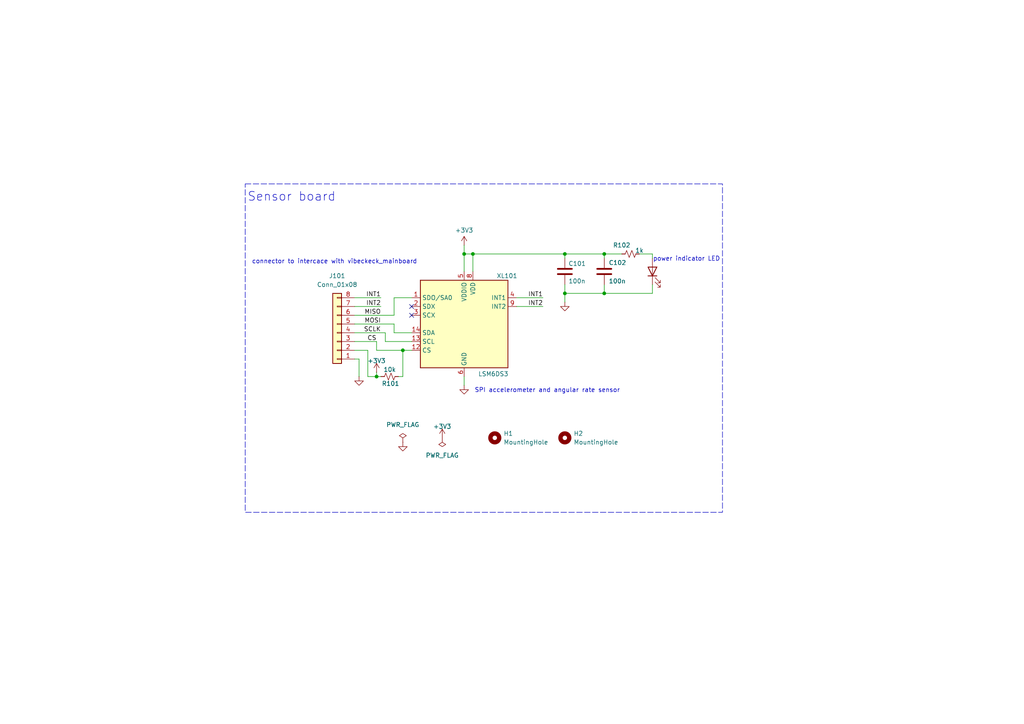
<source format=kicad_sch>
(kicad_sch (version 20231120) (generator "eeschema") (generator_version "8.0")
  (paper "A4")
  (lib_symbols
    (symbol "Connector_Generic:Conn_01x08" (pin_names (offset 1.016) hide)
      (property "Reference" "J" (at 0 10.16 0))
      (property "Value" "Conn_01x08" (at 0 -12.7 0))
      (symbol "Conn_01x08_1_1"
        (rectangle (start -1.27 -10.033) (end 0 -10.287) (stroke (width 0.1524)))
        (rectangle (start -1.27 -7.493) (end 0 -7.747) (stroke (width 0.1524)))
        (rectangle (start -1.27 -4.953) (end 0 -5.207) (stroke (width 0.1524)))
        (rectangle (start -1.27 -2.413) (end 0 -2.667) (stroke (width 0.1524)))
        (rectangle (start -1.27 0.127) (end 0 -0.127) (stroke (width 0.1524)))
        (rectangle (start -1.27 2.667) (end 0 2.413) (stroke (width 0.1524)))
        (rectangle (start -1.27 5.207) (end 0 4.953) (stroke (width 0.1524)))
        (rectangle (start -1.27 7.747) (end 0 7.493) (stroke (width 0.1524)))
        (rectangle (start -1.27 8.89) (end 1.27 -11.43) (stroke (width 0.254)) (fill (type background)))
        (pin passive line (at -5.08 7.62 0) (length 3.81) (name "Pin_1") (number "1"))
        (pin passive line (at -5.08 5.08 0) (length 3.81) (name "Pin_2") (number "2"))
        (pin passive line (at -5.08 2.54 0) (length 3.81) (name "Pin_3") (number "3"))
        (pin passive line (at -5.08 0 0) (length 3.81) (name "Pin_4") (number "4"))
        (pin passive line (at -5.08 -2.54 0) (length 3.81) (name "Pin_5") (number "5"))
        (pin passive line (at -5.08 -5.08 0) (length 3.81) (name "Pin_6") (number "6"))
        (pin passive line (at -5.08 -7.62 0) (length 3.81) (name "Pin_7") (number "7"))
        (pin passive line (at -5.08 -10.16 0) (length 3.81) (name "Pin_8") (number "8"))
      )
    )
    (symbol "Device:C" (pin_numbers hide) (pin_names (offset 0.254))
      (property "Reference" "C" (at 0.635 2.54 0))
      (property "Value" "C" (at 0.635 -2.54 0))
      (symbol "C_0_1"
        (polyline (pts (xy -2.032 -0.762) (xy 2.032 -0.762)) (stroke (width 0.508)))
        (polyline (pts (xy -2.032 0.762) (xy 2.032 0.762)) (stroke (width 0.508)))
      )
      (symbol "C_1_1"
        (pin passive line (at 0 3.81 270) (length 2.794) (name "~") (number "1"))
        (pin passive line (at 0 -3.81 90) (length 2.794) (name "~") (number "2"))
      )
    )
    (symbol "Device:LED" (pin_numbers hide) (pin_names (offset 1.016) hide)
      (property "Reference" "D" (at 0 2.54 0))
      (property "Value" "LED" (at 0 -2.54 0))
      (symbol "LED_0_1"
        (polyline (pts (xy -1.27 -1.27) (xy -1.27 1.27)) (stroke (width 0.254)))
        (polyline (pts (xy -1.27 0) (xy 1.27 0)))
        (polyline (pts (xy 1.27 -1.27) (xy 1.27 1.27) (xy -1.27 0) (xy 1.27 -1.27)) (stroke (width 0.254)))
        (polyline (pts (xy -3.048 -0.762) (xy -4.572 -2.286) (xy -3.81 -2.286) (xy -4.572 -2.286) (xy -4.572 -1.524)))
        (polyline (pts (xy -1.778 -0.762) (xy -3.302 -2.286) (xy -2.54 -2.286) (xy -3.302 -2.286) (xy -3.302 -1.524)))
      )
      (symbol "LED_1_1"
        (pin passive line (at -3.81 0 0) (length 2.54) (name "K") (number "1"))
        (pin passive line (at 3.81 0 180) (length 2.54) (name "A") (number "2"))
      )
    )
    (symbol "Device:R_Small_US" (pin_numbers hide) (pin_names (offset 0.254) hide)
      (property "Reference" "R" (at 0.762 0.508 0))
      (property "Value" "R_Small_US" (at 0.762 -1.016 0))
      (symbol "R_Small_US_1_1"
        (polyline (pts (xy 0 0) (xy 1.016 -0.381) (xy 0 -0.762) (xy -1.016 -1.143) (xy 0 -1.524)))
        (polyline (pts (xy 0 1.524) (xy 1.016 1.143) (xy 0 0.762) (xy -1.016 0.381) (xy 0 0)))
        (pin passive line (at 0 2.54 270) (length 1.016) (name "~") (number "1"))
        (pin passive line (at 0 -2.54 90) (length 1.016) (name "~") (number "2"))
      )
    )
    (symbol "Mechanical:MountingHole" (pin_names (offset 1.016)) (exclude_from_sim yes) (in_bom no)
      (property "Reference" "H" (at 0 5.08 0))
      (property "Value" "MountingHole" (at 0 3.175 0))
      (symbol "MountingHole_0_1"
        (circle (center 0 0) (radius 1.27) (stroke (width 1.27)))
      )
    )
    (symbol "Sensor_Motion:LSM6DS3"
      (property "Reference" "U" (at -11.43 15.24 0))
      (property "Value" "LSM6DS3" (at -11.43 12.7 0))
      (symbol "LSM6DS3_0_1"
        (rectangle (start -12.7 12.7) (end 12.7 -12.7) (stroke (width 0.254)) (fill (type background)))
      )
      (symbol "LSM6DS3_1_1"
        (pin bidirectional line (at -15.24 7.62 0) (length 2.54) (name "SDO/SA0") (number "1"))
        (pin no_connect line (at 12.7 -5.08 180) (length 3.81) hide (name "NC") (number "10"))
        (pin no_connect line (at 12.7 -2.54 180) (length 3.81) hide (name "NC") (number "11"))
        (pin input line (at -15.24 -7.62 0) (length 2.54) (name "CS") (number "12"))
        (pin input line (at -15.24 -5.08 0) (length 2.54) (name "SCL") (number "13"))
        (pin bidirectional line (at -15.24 -2.54 0) (length 2.54) (name "SDA") (number "14"))
        (pin bidirectional line (at -15.24 5.08 0) (length 2.54) (name "SDX") (number "2"))
        (pin input line (at -15.24 2.54 0) (length 2.54) (name "SCX") (number "3"))
        (pin output line (at 15.24 7.62 180) (length 2.54) (name "INT1") (number "4"))
        (pin power_in line (at 0 15.24 270) (length 2.54) (name "VDDIO") (number "5"))
        (pin power_in line (at 0 -15.24 90) (length 2.54) (name "GND") (number "6"))
        (pin passive line (at 0 -15.24 90) (length 2.54) hide (name "GND") (number "7"))
        (pin power_in line (at 2.54 15.24 270) (length 2.54) (name "VDD") (number "8"))
        (pin output line (at 15.24 5.08 180) (length 2.54) (name "INT2") (number "9"))
      )
    )
    (symbol "power:+3V3" (power) (pin_numbers hide) (pin_names (offset 0) hide)
      (property "Value" "+3V3" (at 0 3.556 0))
      (symbol "+3V3_0_1"
        (polyline (pts (xy -0.762 1.27) (xy 0 2.54)))
        (polyline (pts (xy 0 0) (xy 0 2.54)))
        (polyline (pts (xy 0 2.54) (xy 0.762 1.27)))
      )
      (symbol "+3V3_1_1"
        (pin power_in line (at 0 0 90) (length 0) (name "~") (number "1"))
      )
    )
    (symbol "power:GND" (power) (pin_numbers hide) (pin_names (offset 0) hide)
      (property "Value" "GND" (at 0 -3.81 0))
      (symbol "GND_0_1"
        (polyline (pts (xy 0 0) (xy 0 -1.27) (xy 1.27 -1.27) (xy 0 -2.54) (xy -1.27 -1.27) (xy 0 -1.27)))
      )
      (symbol "GND_1_1"
        (pin power_in line (at 0 0 270) (length 0) (name "~") (number "1"))
      )
    )
    (symbol "power:PWR_FLAG" (power) (pin_numbers hide) (pin_names (offset 0) hide)
      (property "Value" "PWR_FLAG" (at 0 3.81 0))
      (symbol "PWR_FLAG_0_0"
        (pin power_out line (at 0 0 90) (length 0) (name "~") (number "1"))
      )
      (symbol "PWR_FLAG_0_1"
        (polyline (pts (xy 0 0) (xy 0 1.27) (xy -1.016 1.905) (xy 0 2.54) (xy 1.016 1.905) (xy 0 1.27)))
      )
    )
  )
  (junction (at 116.84 101.6))
  (junction (at 134.62 73.66))
  (junction (at 109.22 109.22))
  (junction (at 175.26 73.66))
  (junction (at 175.26 85.09))
  (junction (at 137.16 73.66))
  (junction (at 163.83 85.09))
  (junction (at 163.83 73.66))
  (no_connect (at 119.38 88.9))
  (no_connect (at 119.38 91.44))
  (wire (pts (xy 110.49 109.22) (xy 109.22 109.22)))
  (wire (pts (xy 116.84 109.22) (xy 116.84 101.6)))
  (wire (pts (xy 109.22 99.06) (xy 102.87 99.06)))
  (wire (pts (xy 137.16 73.66) (xy 137.16 78.74)))
  (wire (pts (xy 109.22 107.95) (xy 109.22 109.22)))
  (wire (pts (xy 102.87 93.98) (xy 114.3 93.98)))
  (wire (pts (xy 109.22 101.6) (xy 116.84 101.6)))
  (wire (pts (xy 175.26 82.55) (xy 175.26 85.09)))
  (wire (pts (xy 106.68 101.6) (xy 102.87 101.6)))
  (wire (pts (xy 134.62 73.66) (xy 134.62 78.74)))
  (wire (pts (xy 137.16 73.66) (xy 163.83 73.66)))
  (wire (pts (xy 163.83 87.63) (xy 163.83 85.09)))
  (wire (pts (xy 163.83 74.93) (xy 163.83 73.66)))
  (wire (pts (xy 104.14 104.14) (xy 104.14 109.22)))
  (wire (pts (xy 114.3 96.52) (xy 114.3 93.98)))
  (wire (pts (xy 149.86 86.36) (xy 157.48 86.36)))
  (wire (pts (xy 102.87 88.9) (xy 110.49 88.9)))
  (wire (pts (xy 175.26 74.93) (xy 175.26 73.66)))
  (wire (pts (xy 175.26 85.09) (xy 189.23 85.09)))
  (wire (pts (xy 114.3 86.36) (xy 114.3 91.44)))
  (wire (pts (xy 111.76 99.06) (xy 111.76 96.52)))
  (wire (pts (xy 163.83 85.09) (xy 175.26 85.09)))
  (wire (pts (xy 185.42 73.66) (xy 189.23 73.66)))
  (wire (pts (xy 102.87 104.14) (xy 104.14 104.14)))
  (wire (pts (xy 134.62 73.66) (xy 137.16 73.66)))
  (wire (pts (xy 102.87 91.44) (xy 114.3 91.44)))
  (wire (pts (xy 119.38 99.06) (xy 111.76 99.06)))
  (wire (pts (xy 189.23 82.55) (xy 189.23 85.09)))
  (wire (pts (xy 163.83 73.66) (xy 175.26 73.66)))
  (wire (pts (xy 116.84 101.6) (xy 119.38 101.6)))
  (wire (pts (xy 119.38 96.52) (xy 114.3 96.52)))
  (wire (pts (xy 134.62 71.12) (xy 134.62 73.66)))
  (wire (pts (xy 109.22 109.22) (xy 106.68 109.22)))
  (wire (pts (xy 163.83 82.55) (xy 163.83 85.09)))
  (wire (pts (xy 189.23 73.66) (xy 189.23 74.93)))
  (wire (pts (xy 115.57 109.22) (xy 116.84 109.22)))
  (wire (pts (xy 106.68 101.6) (xy 106.68 109.22)))
  (wire (pts (xy 119.38 86.36) (xy 114.3 86.36)))
  (wire (pts (xy 175.26 73.66) (xy 180.34 73.66)))
  (wire (pts (xy 134.62 109.22) (xy 134.62 111.76)))
  (wire (pts (xy 109.22 101.6) (xy 109.22 99.06)))
  (wire (pts (xy 149.86 88.9) (xy 157.48 88.9)))
  (wire (pts (xy 102.87 86.36) (xy 110.49 86.36)))
  (wire (pts (xy 102.87 96.52) (xy 111.76 96.52)))
  (rectangle (start 71.12 53.34) (end 209.55 148.59) (stroke (width 0) (type dash)))
  (text "connector to intercace with vibeckeck_mainboard" (at 97.028 75.946 0) (effects (font (size 1.27 1.27))))
  (text "SPI accelerometer and angular rate sensor" (at 158.75 113.284 0) (effects (font (size 1.27 1.27))))
  (text "power indicator LED" (at 199.136 75.184 0) (effects (font (size 1.27 1.27))))
  (text "Sensor board" (at 84.582 57.15 0) (effects (font (size 2.54 2.54))))
  (label "INT2" (at 157.48 88.9 180))
  (label "SCLK" (at 110.49 96.52 180))
  (label "CS" (at 109.22 99.06 180))
  (label "INT1" (at 110.49 86.36 180))
  (label "MOSI" (at 110.49 93.98 180))
  (label "INT2" (at 110.49 88.9 180))
  (label "MISO" (at 110.49 91.44 180))
  (label "INT1" (at 157.48 86.36 180))
  (symbol (lib_id "power:+3V3") (at 109.22 107.95 0) (unit 1)
    (property "Reference" "#PWR0102" (effects (hide yes)))
    (property "Value" "+3V3" (at 109.22 104.648 0))
    (property "Description" "Power symbol creates a global label with name \"+3V3\"" (effects (hide yes)))
  )
  (symbol (lib_id "Sensor_Motion:LSM6DS3") (at 134.62 93.98 0) (unit 1)
    (property "Reference" "XL101" (at 144.018 80.01 0) (effects (justify left)))
    (property "Value" "LSM6DS3" (at 138.684 108.458 0) (effects (justify left)))
    (property "Footprint" "Package_LGA:LGA-14_3x2.5mm_P0.5mm_LayoutBorder3x4y" (effects (hide yes)))
    (property "Datasheet" "https://www.st.com/resource/en/datasheet/lsm6ds3tr-c.pdf" (effects (hide yes)))
    (property "Description" "I2C/SPI, iNEMO inertial module: always-on 3D accelerometer and 3D gyroscope" (effects (hide yes)))
    (property "LCSC" "C967633" (effects (hide yes)))
  )
  (symbol (lib_id "Device:R_Small_US") (at 113.03 109.22 270) (unit 1)
    (property "Reference" "R101" (at 113.284 111.252 90))
    (property "Value" "10k" (at 113.03 107.188 90))
    (property "Footprint" "Resistor_SMD:R_0402_1005Metric" (effects (hide yes)))
    (property "Datasheet" "https://wmsc.lcsc.com/wmsc/upload/file/pdf/v2/lcsc/2206010100_UNI-ROYAL-Uniroyal-Elec-0402WGF1002TCE_C25744.pdf" (effects (hide yes)))
    (property "Description" "Resistor, small US symbol" (effects (hide yes)))
    (property "LCSC" "C25744" (effects (hide yes)))
  )
  (symbol (lib_id "Device:LED") (at 189.23 78.74 90) (unit 1)
    (property "Reference" "D101" (effects (hide yes)))
    (property "Value" "LED" (effects (hide yes)))
    (property "Footprint" "LED_SMD:LED_0603_1608Metric" (effects (hide yes)))
    (property "Description" "Light emitting diode" (effects (hide yes)))
    (property "LCSC" "C965805" (effects (hide yes)))
  )
  (symbol (lib_id "Connector_Generic:Conn_01x08") (at 97.79 96.52 180) (unit 1)
    (property "Reference" "J101" (at 97.79 80.01 0))
    (property "Value" "Conn_01x08" (at 97.79 82.55 0))
    (property "Footprint" "Connector_JST:JST_SH_SM08B-SRSS-TB_1x08-1MP_P1.00mm_Horizontal" (effects (hide yes)))
    (property "Description" "Generic connector, single row, 01x08, script generated (kicad-library-utils/schlib/autogen/connector/)" (effects (hide yes)))
    (property "LCSC" "C160407" (effects (hide yes)))
  )
  (symbol (lib_id "Device:C") (at 163.83 78.74 0) (unit 1)
    (property "Reference" "C101" (at 164.846 76.454 0) (effects (justify left)))
    (property "Value" "100n" (at 164.846 81.534 0) (effects (justify left)))
    (property "Footprint" "Capacitor_SMD:C_0402_1005Metric" (effects (hide yes)))
    (property "Datasheet" "https://wmsc.lcsc.com/wmsc/upload/file/pdf/v2/lcsc/2304140030_Samsung-Electro-Mechanics-CL05B104KB54PNC_C307331.pdf" (effects (hide yes)))
    (property "Description" "Unpolarized capacitor" (effects (hide yes)))
    (property "LCSC" "C307331" (effects (hide yes)))
  )
  (symbol (lib_id "power:GND") (at 104.14 109.22 0) (unit 1)
    (property "Reference" "#PWR0101" (effects (hide yes)))
    (property "Value" "GND" (effects (hide yes)))
    (property "Description" "Power symbol creates a global label with name \"GND\" , ground" (effects (hide yes)))
  )
  (symbol (lib_id "Device:C") (at 175.26 78.74 0) (unit 1)
    (property "Reference" "C102" (at 176.53 76.2 0) (effects (justify left)))
    (property "Value" "100n" (at 176.53 81.534 0) (effects (justify left)))
    (property "Footprint" "Capacitor_SMD:C_0402_1005Metric" (effects (hide yes)))
    (property "Datasheet" "https://wmsc.lcsc.com/wmsc/upload/file/pdf/v2/lcsc/2304140030_Samsung-Electro-Mechanics-CL05B104KB54PNC_C307331.pdf" (effects (hide yes)))
    (property "Description" "Unpolarized capacitor" (effects (hide yes)))
    (property "LCSC" "C307331" (effects (hide yes)))
  )
  (symbol (lib_id "Device:R_Small_US") (at 182.88 73.66 90) (unit 1)
    (property "Reference" "R102" (at 182.88 71.12 90) (effects (justify left)))
    (property "Value" "1k" (at 186.69 72.644 90) (effects (justify left)))
    (property "Footprint" "Resistor_SMD:R_0402_1005Metric" (effects (hide yes)))
    (property "Description" "Resistor, small US symbol" (effects (hide yes)))
    (property "LCSC" "C11702" (effects (hide yes)))
  )
  (symbol (lib_id "power:GND") (at 116.84 128.27 0) (unit 1)
    (property "Reference" "#PWR0103" (effects (hide yes)))
    (property "Value" "GND" (effects (hide yes)))
    (property "Description" "Power symbol creates a global label with name \"GND\" , ground" (effects (hide yes)))
  )
  (symbol (lib_id "Mechanical:MountingHole") (at 143.51 127 0) (unit 1) (exclude_from_sim yes) (in_bom no)
    (property "Reference" "H1" (at 146.05 125.7299 0) (effects (justify left)))
    (property "Value" "MountingHole" (at 146.05 128.2699 0) (effects (justify left)))
    (property "Footprint" "VibeCheck_Daughterboard:M3_MountingHole_WithWasher" (effects (hide yes)))
    (property "Description" "Mounting Hole without connection" (effects (hide yes)))
  )
  (symbol (lib_id "power:PWR_FLAG") (at 128.27 127 180) (unit 1)
    (property "Reference" "#FLG0102" (effects (hide yes)))
    (property "Value" "PWR_FLAG" (at 128.27 132.08 0))
    (property "Description" "Special symbol for telling ERC where power comes from" (effects (hide yes)))
  )
  (symbol (lib_id "power:GND") (at 163.83 87.63 0) (unit 1)
    (property "Reference" "#PWR0107" (effects (hide yes)))
    (property "Value" "GND" (effects (hide yes)))
    (property "Description" "Power symbol creates a global label with name \"GND\" , ground" (effects (hide yes)))
  )
  (symbol (lib_id "power:GND") (at 134.62 111.76 0) (unit 1)
    (property "Reference" "#PWR0106" (effects (hide yes)))
    (property "Value" "GND" (effects (hide yes)))
    (property "Description" "Power symbol creates a global label with name \"GND\" , ground" (effects (hide yes)))
  )
  (symbol (lib_id "power:PWR_FLAG") (at 116.84 128.27 0) (unit 1)
    (property "Reference" "#FLG0101" (effects (hide yes)))
    (property "Value" "PWR_FLAG" (at 116.84 123.19 0))
    (property "Description" "Special symbol for telling ERC where power comes from" (effects (hide yes)))
  )
  (symbol (lib_id "power:+3V3") (at 134.62 71.12 0) (unit 1)
    (property "Reference" "#PWR0105" (effects (hide yes)))
    (property "Value" "+3V3" (at 134.62 66.802 0))
    (property "Description" "Power symbol creates a global label with name \"+3V3\"" (effects (hide yes)))
  )
  (symbol (lib_id "power:+3V3") (at 128.27 127 0) (unit 1)
    (property "Reference" "#PWR0104" (effects (hide yes)))
    (property "Value" "+3V3" (at 128.27 123.698 0))
    (property "Description" "Power symbol creates a global label with name \"+3V3\"" (effects (hide yes)))
  )
  (symbol (lib_id "Mechanical:MountingHole") (at 163.83 127 0) (unit 1) (exclude_from_sim yes) (in_bom no)
    (property "Reference" "H2" (at 166.37 125.7299 0) (effects (justify left)))
    (property "Value" "MountingHole" (at 166.37 128.2699 0) (effects (justify left)))
    (property "Footprint" "VibeCheck_Daughterboard:M3_MountingHole_WithWasher" (effects (hide yes)))
    (property "Description" "Mounting Hole without connection" (effects (hide yes)))
  )
)
</source>
